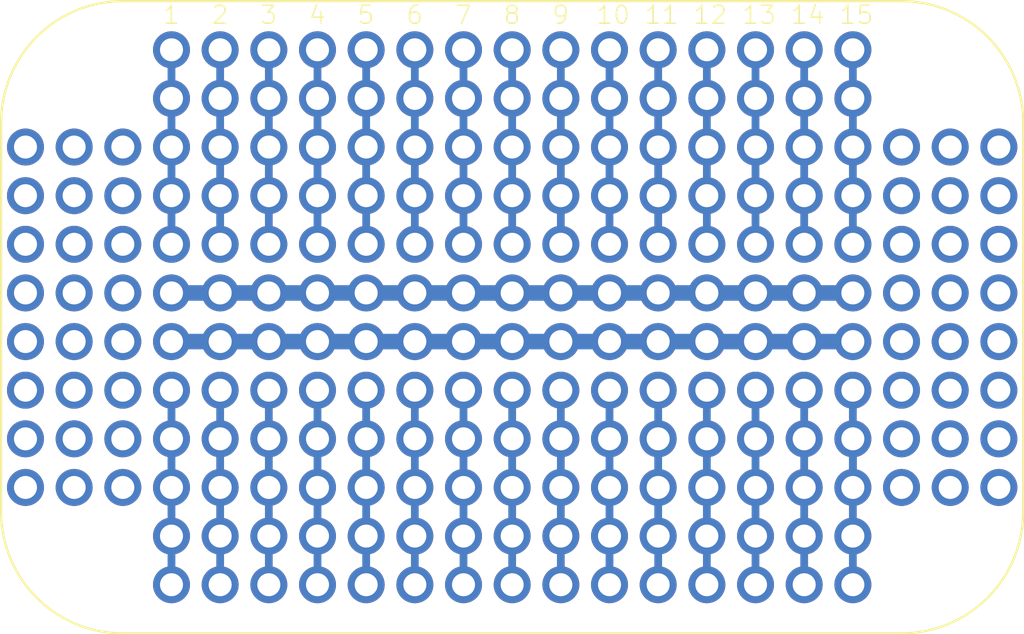
<source format=kicad_pcb>
(kicad_pcb (version 20211014) (generator pcbnew)
  (layers (0 "F.Cu" signal) (1 "In1.Cu" signal) (2 "In2.Cu" signal) (3 "In3.Cu" signal) (4 "In4.Cu" signal) (5 "In5.Cu" signal) (6 "In6.Cu" signal) (7 "In7.Cu" signal) (8 "In8.Cu" signal) (9 "In9.Cu" signal) (10 "In10.Cu" signal) (11 "In11.Cu" signal) (12 "In12.Cu" signal) (13 "In13.Cu" signal) (14 "In14.Cu" signal) (31 "B.Cu" signal) (34 "B.Paste" user) (35 "F.Paste" user) (36 "B.SilkS" user "B.Silkscreen") (37 "F.SilkS" user "F.Silkscreen") (38 "B.Mask" user) (39 "F.Mask" user) (44 "Edge.Cuts" user))
  (net 0 "")
  (net 1 "A")
  (net 2 "B")
  (net 3 "C")
  (net 4 "D")
  (net 5 "E")
  (net 6 "F")
  (net 7 "H")
  (net 8 "G")
  (net 9 "I")
  (net 10 "J")
  (net 11 "K")
  (net 12 "L")
  (net 13 "M")
  (net 14 "N")
  (net 15 "O")
  (net 16 "P")
  (net 17 "R")
  (net 18 "Q")
  (net 19 "S")
  (net 20 "T")
  (net 21 "V")
  (net 22 "U")
  (net 23 "W")
  (net 24 "X")
  (net 25 "Y")
  (net 26 "Z")
  (net 27 "BB")
  (net 28 "AA")
  (net 29 "CC")
  (net 30 "DD")
  (net 31 "PWR")
  (net 32 "GND")
  (net 33 "N$16")
  (net 34 "N$17")
  (net 35 "N$18")
  (net 36 "N$19")
  (net 37 "N$20")
  (net 38 "N$21")
  (net 39 "N$22")
  (net 40 "N$23")
  (net 41 "N$24")
  (net 42 "N$25")
  (net 43 "N$26")
  (net 44 "N$27")
  (net 45 "N$28")
  (net 46 "N$29")
  (net 47 "N$30")
  (net 48 "N$31")
  (net 49 "N$32")
  (net 50 "N$33")
  (net 51 "N$34")
  (net 52 "N$35")
  (net 53 "N$36")
  (net 54 "N$37")
  (net 55 "N$38")
  (net 56 "N$39")
  (net 57 "N$40")
  (net 58 "N$41")
  (net 59 "N$42")
  (net 60 "N$43")
  (net 61 "N$44")
  (net 62 "N$45")
  (net 63 "N$46")
  (net 64 "N$47")
  (net 65 "N$65")
  (net 66 "N$66")
  (net 67 "N$67")
  (net 68 "N$68")
  (net 69 "N$69")
  (net 70 "N$70")
  (net 71 "N$71")
  (net 72 "N$72")
  (net 73 "N$73")
  (net 74 "N$74")
  (net 75 "N$75")
  (net 76 "N$76")
  (net 77 "N$77")
  (net 78 "N$78")
  (net 79 "N$79")
  (net 80 "N$80")
  (footprint "" (layer "F.Cu") (at 171.3611 117.7036)
    (fp_text reference "@HOLE3" hide)
    (fp_text value "" (at 0 0) (layer "F.SilkS") (effects (font (size 1.27 1.27))))
    (pad "" np_thru_hole circle (at 0 0) (size 3.2 3.2) (drill 3.2) (layers *.Cu *.Mask))
  )
  (footprint "" (layer "F.Cu") (at 125.6411 117.7036)
    (fp_text reference "@HOLE2" hide)
    (fp_text value "" (at 0 0) (layer "F.SilkS") (effects (font (size 1.27 1.27))))
    (pad "" np_thru_hole circle (at 0 0) (size 3.2 3.2) (drill 3.2) (layers *.Cu *.Mask))
  )
  (footprint "" (layer "F.Cu") (at 171.3611 92.3036)
    (fp_text reference "@HOLE1" hide)
    (fp_text value "" (at 0 0) (layer "F.SilkS") (effects (font (size 1.27 1.27))))
    (pad "" np_thru_hole circle (at 0 0) (size 3.2 3.2) (drill 3.2) (layers *.Cu *.Mask))
  )
  (footprint "" (layer "F.Cu") (at 125.6411 92.3036)
    (fp_text reference "@HOLE0" hide)
    (fp_text value "" (at 0 0) (layer "F.SilkS") (effects (font (size 1.27 1.27))))
    (pad "" np_thru_hole circle (at 0 0) (size 3.2 3.2) (drill 3.2) (layers *.Cu *.Mask))
  )
  (footprint "boardEagle:ALTOIDSSMALLS" (layer "F.Cu") (at 148.5011 105.0036 90)
    (fp_text reference "U$2" hide)
    (fp_text value "" hide)
    (fp_line (start -16.51 20.32) (end -16.51 -20.32) (layer "F.SilkS") (width 0.12))
    (fp_line (start 16.51 -20.32) (end 16.51 20.32) (layer "F.SilkS") (width 0.12))
    (fp_line (start 10.16 26.67) (end -10.16 26.67) (layer "F.SilkS") (width 0.12))
    (fp_line (start -10.16 -26.67) (end 10.16 -26.67) (layer "F.SilkS") (width 0.12))
    (fp_arc (start -10.16 26.67) (mid -14.650128 24.810128) (end -16.51 20.32) (layer "F.SilkS") (width 0.12))
    (fp_arc (start 16.51 20.32) (mid 14.650128 24.810128) (end 10.16 26.67) (layer "F.SilkS") (width 0.12))
    (fp_arc (start 10.16 -26.67) (mid 14.650128 -24.810128) (end 16.51 -20.32) (layer "F.SilkS") (width 0.12))
    (fp_arc (start -16.51 -20.32) (mid -14.650128 -24.810128) (end -10.16 -26.67) (layer "F.SilkS") (width 0.12))
  )
  (gr_text "4" (at 137.8331 89.7636) (layer "F.SilkS") (effects (font (size 0.93472 0.93472) (thickness 0.08128)) (justify left bottom)))
  (gr_text "12" (at 157.8991 89.7636) (layer "F.SilkS") (effects (font (size 0.93472 0.93472) (thickness 0.08128)) (justify left bottom)))
  (gr_text "8" (at 147.9931 89.7636) (layer "F.SilkS") (effects (font (size 0.93472 0.93472) (thickness 0.08128)) (justify left bottom)))
  (gr_text "3" (at 135.2931 89.7636) (layer "F.SilkS") (effects (font (size 0.93472 0.93472) (thickness 0.08128)) (justify left bottom)))
  (gr_text "2" (at 132.7531 89.7636) (layer "F.SilkS") (effects (font (size 0.93472 0.93472) (thickness 0.08128)) (justify left bottom)))
  (gr_text "7" (at 145.4531 89.7636) (layer "F.SilkS") (effects (font (size 0.93472 0.93472) (thickness 0.08128)) (justify left bottom)))
  (gr_text "13" (at 160.4391 89.7636) (layer "F.SilkS") (effects (font (size 0.93472 0.93472) (thickness 0.08128)) (justify left bottom)))
  (gr_text "1" (at 130.2131 89.7636) (layer "F.SilkS") (effects (font (size 0.93472 0.93472) (thickness 0.08128)) (justify left bottom)))
  (gr_text "5" (at 140.3731 89.7636) (layer "F.SilkS") (effects (font (size 0.93472 0.93472) (thickness 0.08128)) (justify left bottom)))
  (gr_text "9" (at 150.5331 89.7636) (layer "F.SilkS") (effects (font (size 0.93472 0.93472) (thickness 0.08128)) (justify left bottom)))
  (gr_text "11" (at 155.3591 89.7636) (layer "F.SilkS") (effects (font (size 0.93472 0.93472) (thickness 0.08128)) (justify left bottom)))
  (gr_text "14" (at 162.9791 89.7636) (layer "F.SilkS") (effects (font (size 0.93472 0.93472) (thickness 0.08128)) (justify left bottom)))
  (gr_text "6" (at 142.9131 89.7636) (layer "F.SilkS") (effects (font (size 0.93472 0.93472) (thickness 0.08128)) (justify left bottom)))
  (gr_text "10" (at 152.8191 89.7636) (layer "F.SilkS") (effects (font (size 0.93472 0.93472) (thickness 0.08128)) (justify left bottom)))
  (gr_text "15" (at 165.5191 89.7636) (layer "F.SilkS") (effects (font (size 0.93472 0.93472) (thickness 0.08128)) (justify left bottom)))
  (via (at 130.7211 113.8936) (size 1.9304) (drill 1.2) (layers "F.Cu" "B.Cu") (net 1))
  (via (at 130.7211 111.3536) (size 1.9304) (drill 1.2) (layers "F.Cu" "B.Cu") (net 1))
  (via (at 130.7211 116.4336) (size 1.9304) (drill 1.2) (layers "F.Cu" "B.Cu") (net 1))
  (via (at 130.7211 108.8136) (size 1.9304) (drill 1.2) (layers "F.Cu" "B.Cu") (net 1))
  (via (at 130.7211 118.9736) (size 1.9304) (drill 1.2) (layers "F.Cu" "B.Cu") (net 1))
  (segment (start 130.7211 113.8936) (end 130.7211 111.3536) (width 0.4064) (layer "B.Cu") (net 1))
  (segment (start 130.7211 116.4336) (end 130.7211 113.8936) (width 0.4064) (layer "B.Cu") (net 1))
  (segment (start 130.7211 111.3536) (end 130.7211 108.8136) (width 0.4064) (layer "B.Cu") (net 1))
  (segment (start 130.7211 118.9736) (end 130.7211 116.4336) (width 0.4064) (layer "B.Cu") (net 1))
  (via (at 133.2611 118.9736) (size 1.9304) (drill 1.2) (layers "F.Cu" "B.Cu") (net 2))
  (via (at 133.2611 111.3536) (size 1.9304) (drill 1.2) (layers "F.Cu" "B.Cu") (net 2))
  (via (at 133.2611 116.4336) (size 1.9304) (drill 1.2) (layers "F.Cu" "B.Cu") (net 2))
  (via (at 133.2611 108.8136) (size 1.9304) (drill 1.2) (layers "F.Cu" "B.Cu") (net 2))
  (via (at 133.2611 113.8936) (size 1.9304) (drill 1.2) (layers "F.Cu" "B.Cu") (net 2))
  (segment (start 133.2611 118.9736) (end 133.2611 116.4336) (width 0.4064) (layer "B.Cu") (net 2))
  (segment (start 133.2611 116.4336) (end 133.2611 113.8936) (width 0.4064) (layer "B.Cu") (net 2))
  (segment (start 133.2611 111.3536) (end 133.2611 108.8136) (width 0.4064) (layer "B.Cu") (net 2))
  (segment (start 133.2611 113.8936) (end 133.2611 111.3536) (width 0.4064) (layer "B.Cu") (net 2))
  (via (at 135.8011 111.3536) (size 1.9304) (drill 1.2) (layers "F.Cu" "B.Cu") (net 3))
  (via (at 135.8011 118.9736) (size 1.9304) (drill 1.2) (layers "F.Cu" "B.Cu") (net 3))
  (via (at 135.8011 108.8136) (size 1.9304) (drill 1.2) (layers "F.Cu" "B.Cu") (net 3))
  (via (at 135.8011 113.8936) (size 1.9304) (drill 1.2) (layers "F.Cu" "B.Cu") (net 3))
  (via (at 135.8011 116.4336) (size 1.9304) (drill 1.2) (layers "F.Cu" "B.Cu") (net 3))
  (segment (start 135.8011 111.3536) (end 135.8011 108.8136) (width 0.4064) (layer "B.Cu") (net 3))
  (segment (start 135.8011 118.9736) (end 135.8011 116.4336) (width 0.4064) (layer "B.Cu") (net 3))
  (segment (start 135.8011 116.4336) (end 135.8011 113.8936) (width 0.4064) (layer "B.Cu") (net 3))
  (segment (start 135.8011 113.8936) (end 135.8011 111.3536) (width 0.4064) (layer "B.Cu") (net 3))
  (via (at 138.3411 118.9736) (size 1.9304) (drill 1.2) (layers "F.Cu" "B.Cu") (net 4))
  (via (at 138.3411 108.8136) (size 1.9304) (drill 1.2) (layers "F.Cu" "B.Cu") (net 4))
  (via (at 138.3411 116.4336) (size 1.9304) (drill 1.2) (layers "F.Cu" "B.Cu") (net 4))
  (via (at 138.3411 111.3536) (size 1.9304) (drill 1.2) (layers "F.Cu" "B.Cu") (net 4))
  (via (at 138.3411 113.8936) (size 1.9304) (drill 1.2) (layers "F.Cu" "B.Cu") (net 4))
  (segment (start 138.3411 111.3536) (end 138.3411 108.8136) (width 0.4064) (layer "B.Cu") (net 4))
  (segment (start 138.3411 113.8936) (end 138.3411 111.3536) (width 0.4064) (layer "B.Cu") (net 4))
  (segment (start 138.3411 118.9736) (end 138.3411 116.4336) (width 0.4064) (layer "B.Cu") (net 4))
  (segment (start 138.3411 116.4336) (end 138.3411 113.8936) (width 0.4064) (layer "B.Cu") (net 4))
  (via (at 140.8811 108.8136) (size 1.9304) (drill 1.2) (layers "F.Cu" "B.Cu") (net 5))
  (via (at 140.8811 116.4336) (size 1.9304) (drill 1.2) (layers "F.Cu" "B.Cu") (net 5))
  (via (at 140.8811 111.3536) (size 1.9304) (drill 1.2) (layers "F.Cu" "B.Cu") (net 5))
  (via (at 140.8811 118.9736) (size 1.9304) (drill 1.2) (layers "F.Cu" "B.Cu") (net 5))
  (via (at 140.8811 113.8936) (size 1.9304) (drill 1.2) (layers "F.Cu" "B.Cu") (net 5))
  (segment (start 140.8811 116.4336) (end 140.8811 113.8936) (width 0.4064) (layer "B.Cu") (net 5))
  (segment (start 140.8811 111.3536) (end 140.8811 108.8136) (width 0.4064) (layer "B.Cu") (net 5))
  (segment (start 140.8811 118.9736) (end 140.8811 116.4336) (width 0.4064) (layer "B.Cu") (net 5))
  (segment (start 140.8811 113.8936) (end 140.8811 111.3536) (width 0.4064) (layer "B.Cu") (net 5))
  (via (at 143.4211 108.8136) (size 1.9304) (drill 1.2) (layers "F.Cu" "B.Cu") (net 6))
  (via (at 143.4211 116.4336) (size 1.9304) (drill 1.2) (layers "F.Cu" "B.Cu") (net 6))
  (via (at 143.4211 111.3536) (size 1.9304) (drill 1.2) (layers "F.Cu" "B.Cu") (net 6))
  (via (at 143.4211 118.9736) (size 1.9304) (drill 1.2) (layers "F.Cu" "B.Cu") (net 6))
  (via (at 143.4211 113.8936) (size 1.9304) (drill 1.2) (layers "F.Cu" "B.Cu") (net 6))
  (segment (start 143.4211 111.3536) (end 143.4211 108.8136) (width 0.4064) (layer "B.Cu") (net 6))
  (segment (start 143.4211 116.4336) (end 143.4211 113.8936) (width 0.4064) (layer "B.Cu") (net 6))
  (segment (start 143.4211 113.8936) (end 143.4211 111.3536) (width 0.4064) (layer "B.Cu") (net 6))
  (segment (start 143.4211 118.9736) (end 143.4211 116.4336) (width 0.4064) (layer "B.Cu") (net 6))
  (via (at 148.5011 116.4336) (size 1.9304) (drill 1.2) (layers "F.Cu" "B.Cu") (net 7))
  (via (at 148.5011 111.3536) (size 1.9304) (drill 1.2) (layers "F.Cu" "B.Cu") (net 7))
  (via (at 148.5011 118.9736) (size 1.9304) (drill 1.2) (layers "F.Cu" "B.Cu") (net 7))
  (via (at 148.5011 113.8936) (size 1.9304) (drill 1.2) (layers "F.Cu" "B.Cu") (net 7))
  (via (at 148.5011 108.8136) (size 1.9304) (drill 1.2) (layers "F.Cu" "B.Cu") (net 7))
  (segment (start 148.5011 118.9736) (end 148.5011 116.4336) (width 0.4064) (layer "B.Cu") (net 7))
  (segment (start 148.5011 116.4336) (end 148.5011 113.8936) (width 0.4064) (layer "B.Cu") (net 7))
  (segment (start 148.5011 113.8936) (end 148.5011 111.3536) (width 0.4064) (layer "B.Cu") (net 7))
  (segment (start 148.5011 111.3536) (end 148.5011 108.8136) (width 0.4064) (layer "B.Cu") (net 7))
  (via (at 145.9611 111.3536) (size 1.9304) (drill 1.2) (layers "F.Cu" "B.Cu") (net 8))
  (via (at 145.9611 113.8936) (size 1.9304) (drill 1.2) (layers "F.Cu" "B.Cu") (net 8))
  (via (at 145.9611 108.8136) (size 1.9304) (drill 1.2) (layers "F.Cu" "B.Cu") (net 8))
  (via (at 145.9611 118.9736) (size 1.9304) (drill 1.2) (layers "F.Cu" "B.Cu") (net 8))
  (via (at 145.9611 116.4336) (size 1.9304) (drill 1.2) (layers "F.Cu" "B.Cu") (net 8))
  (segment (start 145.9611 118.9736) (end 145.9611 116.4336) (width 0.4064) (layer "B.Cu") (net 8))
  (segment (start 145.9611 113.8936) (end 145.9611 111.3536) (width 0.4064) (layer "B.Cu") (net 8))
  (segment (start 145.9611 116.4336) (end 145.9611 113.8936) (width 0.4064) (layer "B.Cu") (net 8))
  (segment (start 145.9611 111.3536) (end 145.9611 108.8136) (width 0.4064) (layer "B.Cu") (net 8))
  (via (at 151.0411 111.3536) (size 1.9304) (drill 1.2) (layers "F.Cu" "B.Cu") (net 9))
  (via (at 151.0411 108.8136) (size 1.9304) (drill 1.2) (layers "F.Cu" "B.Cu") (net 9))
  (via (at 151.0411 118.9736) (size 1.9304) (drill 1.2) (layers "F.Cu" "B.Cu") (net 9))
  (via (at 151.0411 113.8936) (size 1.9304) (drill 1.2) (layers "F.Cu" "B.Cu") (net 9))
  (via (at 151.0411 116.4336) (size 1.9304) (drill 1.2) (layers "F.Cu" "B.Cu") (net 9))
  (segment (start 151.0411 118.9736) (end 151.0411 116.4336) (width 0.4064) (layer "B.Cu") (net 9))
  (segment (start 151.0411 116.4336) (end 151.0411 113.8936) (width 0.4064) (layer "B.Cu") (net 9))
  (segment (start 151.0411 113.8936) (end 151.0411 111.3536) (width 0.4064) (layer "B.Cu") (net 9))
  (segment (start 151.0411 111.3536) (end 151.0411 108.8136) (width 0.4064) (layer "B.Cu") (net 9))
  (via (at 153.5811 118.9736) (size 1.9304) (drill 1.2) (layers "F.Cu" "B.Cu") (net 10))
  (via (at 153.5811 111.3536) (size 1.9304) (drill 1.2) (layers "F.Cu" "B.Cu") (net 10))
  (via (at 153.5811 113.8936) (size 1.9304) (drill 1.2) (layers "F.Cu" "B.Cu") (net 10))
  (via (at 153.5811 116.4336) (size 1.9304) (drill 1.2) (layers "F.Cu" "B.Cu") (net 10))
  (via (at 153.5811 108.8136) (size 1.9304) (drill 1.2) (layers "F.Cu" "B.Cu") (net 10))
  (segment (start 153.5811 113.8936) (end 153.5811 111.3536) (width 0.4064) (layer "B.Cu") (net 10))
  (segment (start 153.5811 111.3536) (end 153.5811 108.8136) (width 0.4064) (layer "B.Cu") (net 10))
  (segment (start 153.5811 116.4336) (end 153.5811 113.8936) (width 0.4064) (layer "B.Cu") (net 10))
  (segment (start 153.5811 118.9736) (end 153.5811 116.4336) (width 0.4064) (layer "B.Cu") (net 10))
  (via (at 156.1211 118.9736) (size 1.9304) (drill 1.2) (layers "F.Cu" "B.Cu") (net 11))
  (via (at 156.1211 113.8936) (size 1.9304) (drill 1.2) (layers "F.Cu" "B.Cu") (net 11))
  (via (at 156.1211 108.8136) (size 1.9304) (drill 1.2) (layers "F.Cu" "B.Cu") (net 11))
  (via (at 156.1211 116.4336) (size 1.9304) (drill 1.2) (layers "F.Cu" "B.Cu") (net 11))
  (via (at 156.1211 111.3536) (size 1.9304) (drill 1.2) (layers "F.Cu" "B.Cu") (net 11))
  (segment (start 156.1211 111.3536) (end 156.1211 108.8136) (width 0.4064) (layer "B.Cu") (net 11))
  (segment (start 156.1211 113.8936) (end 156.1211 111.3536) (width 0.4064) (layer "B.Cu") (net 11))
  (segment (start 156.1211 118.9736) (end 156.1211 116.4336) (width 0.4064) (layer "B.Cu") (net 11))
  (segment (start 156.1211 116.4336) (end 156.1211 113.8936) (width 0.4064) (layer "B.Cu") (net 11))
  (via (at 158.6611 113.8936) (size 1.9304) (drill 1.2) (layers "F.Cu" "B.Cu") (net 12))
  (via (at 158.6611 111.3536) (size 1.9304) (drill 1.2) (layers "F.Cu" "B.Cu") (net 12))
  (via (at 158.6611 116.4336) (size 1.9304) (drill 1.2) (layers "F.Cu" "B.Cu") (net 12))
  (via (at 158.6611 118.9736) (size 1.9304) (drill 1.2) (layers "F.Cu" "B.Cu") (net 12))
  (via (at 158.6611 108.8136) (size 1.9304) (drill 1.2) (layers "F.Cu" "B.Cu") (net 12))
  (segment (start 158.6611 116.4336) (end 158.6611 113.8936) (width 0.4064) (layer "B.Cu") (net 12))
  (segment (start 158.6611 118.9736) (end 158.6611 116.4336) (width 0.4064) (layer "B.Cu") (net 12))
  (segment (start 158.6611 111.3536) (end 158.6611 108.8136) (width 0.4064) (layer "B.Cu") (net 12))
  (segment (start 158.6611 113.8936) (end 158.6611 111.3536) (width 0.4064) (layer "B.Cu") (net 12))
  (via (at 161.2011 108.8136) (size 1.9304) (drill 1.2) (layers "F.Cu" "B.Cu") (net 13))
  (via (at 161.2011 111.3536) (size 1.9304) (drill 1.2) (layers "F.Cu" "B.Cu") (net 13))
  (via (at 161.2011 116.4336) (size 1.9304) (drill 1.2) (layers "F.Cu" "B.Cu") (net 13))
  (via (at 161.2011 118.9736) (size 1.9304) (drill 1.2) (layers "F.Cu" "B.Cu") (net 13))
  (via (at 161.2011 113.8936) (size 1.9304) (drill 1.2) (layers "F.Cu" "B.Cu") (net 13))
  (segment (start 161.2011 111.3536) (end 161.2011 108.8136) (width 0.4064) (layer "B.Cu") (net 13))
  (segment (start 161.2011 116.4336) (end 161.2011 113.8936) (width 0.4064) (layer "B.Cu") (net 13))
  (segment (start 161.2011 118.9736) (end 161.2011 116.4336) (width 0.4064) (layer "B.Cu") (net 13))
  (segment (start 161.2011 113.8936) (end 161.2011 111.3536) (width 0.4064) (layer "B.Cu") (net 13))
  (via (at 163.7411 111.3536) (size 1.9304) (drill 1.2) (layers "F.Cu" "B.Cu") (net 14))
  (via (at 163.7411 118.9736) (size 1.9304) (drill 1.2) (layers "F.Cu" "B.Cu") (net 14))
  (via (at 163.7411 113.8936) (size 1.9304) (drill 1.2) (layers "F.Cu" "B.Cu") (net 14))
  (via (at 163.7411 108.8136) (size 1.9304) (drill 1.2) (layers "F.Cu" "B.Cu") (net 14))
  (via (at 163.7411 116.4336) (size 1.9304) (drill 1.2) (layers "F.Cu" "B.Cu") (net 14))
  (segment (start 163.7411 116.4336) (end 163.7411 113.8936) (width 0.4064) (layer "B.Cu") (net 14))
  (segment (start 163.7411 111.3536) (end 163.7411 108.8136) (width 0.4064) (layer "B.Cu") (net 14))
  (segment (start 163.7411 118.9736) (end 163.7411 116.4336) (width 0.4064) (layer "B.Cu") (net 14))
  (segment (start 163.7411 113.8936) (end 163.7411 111.3536) (width 0.4064) (layer "B.Cu") (net 14))
  (via (at 166.2811 118.9736) (size 1.9304) (drill 1.2) (layers "F.Cu" "B.Cu") (net 15))
  (via (at 166.2811 116.4336) (size 1.9304) (drill 1.2) (layers "F.Cu" "B.Cu") (net 15))
  (via (at 166.2811 111.3536) (size 1.9304) (drill 1.2) (layers "F.Cu" "B.Cu") (net 15))
  (via (at 166.2811 113.8936) (size 1.9304) (drill 1.2) (layers "F.Cu" "B.Cu") (net 15))
  (via (at 166.2811 108.8136) (size 1.9304) (drill 1.2) (layers "F.Cu" "B.Cu") (net 15))
  (segment (start 166.2811 111.3536) (end 166.2811 108.8136) (width 0.4064) (layer "B.Cu") (net 15))
  (segment (start 166.2811 116.4336) (end 166.2811 113.8936) (width 0.4064) (layer "B.Cu") (net 15))
  (segment (start 166.2811 113.8936) (end 166.2811 111.3536) (width 0.4064) (layer "B.Cu") (net 15))
  (segment (start 166.2811 118.9736) (end 166.2811 116.4336) (width 0.4064) (layer "B.Cu") (net 15))
  (segment (start 166.2811 113.8936) (end 166.2811 111.3536) (width 0.4064) (layer "B.Cu") (net 15))
  (via (at 166.2811 96.1136) (size 1.9304) (drill 1.2) (layers "F.Cu" "B.Cu") (net 16))
  (via (at 166.2811 98.6536) (size 1.9304) (drill 1.2) (layers "F.Cu" "B.Cu") (net 16))
  (via (at 166.2811 91.0336) (size 1.9304) (drill 1.2) (layers "F.Cu" "B.Cu") (net 16))
  (via (at 166.2811 101.1936) (size 1.9304) (drill 1.2) (layers "F.Cu" "B.Cu") (net 16))
  (via (at 166.2811 93.5736) (size 1.9304) (drill 1.2) (layers "F.Cu" "B.Cu") (net 16))
  (segment (start 166.2811 93.5736) (end 166.2811 96.1136) (width 0.4064) (layer "B.Cu") (net 16))
  (segment (start 166.2811 91.0336) (end 166.2811 93.5736) (width 0.4064) (layer "B.Cu") (net 16))
  (segment (start 166.2811 98.6536) (end 166.2811 101.1936) (width 0.4064) (layer "B.Cu") (net 16))
  (segment (start 166.2811 96.1136) (end 166.2811 98.6536) (width 0.4064) (layer "B.Cu") (net 16))
  (via (at 161.2011 91.0336) (size 1.9304) (drill 1.2) (layers "F.Cu" "B.Cu") (net 17))
  (via (at 161.2011 93.5736) (size 1.9304) (drill 1.2) (layers "F.Cu" "B.Cu") (net 17))
  (via (at 161.2011 98.6536) (size 1.9304) (drill 1.2) (layers "F.Cu" "B.Cu") (net 17))
  (via (at 161.2011 96.1136) (size 1.9304) (drill 1.2) (layers "F.Cu" "B.Cu") (net 17))
  (via (at 161.2011 101.1936) (size 1.9304) (drill 1.2) (layers "F.Cu" "B.Cu") (net 17))
  (segment (start 161.2011 91.0336) (end 161.2011 93.5736) (width 0.4064) (layer "B.Cu") (net 17))
  (segment (start 161.2011 96.1136) (end 161.2011 98.6536) (width 0.4064) (layer "B.Cu") (net 17))
  (segment (start 161.2011 98.6536) (end 161.2011 101.1936) (width 0.4064) (layer "B.Cu") (net 17))
  (segment (start 161.2011 93.5736) (end 161.2011 96.1136) (width 0.4064) (layer "B.Cu") (net 17))
  (via (at 163.7411 91.0336) (size 1.9304) (drill 1.2) (layers "F.Cu" "B.Cu") (net 18))
  (via (at 163.7411 98.6536) (size 1.9304) (drill 1.2) (layers "F.Cu" "B.Cu") (net 18))
  (via (at 163.7411 93.5736) (size 1.9304) (drill 1.2) (layers "F.Cu" "B.Cu") (net 18))
  (via (at 163.7411 101.1936) (size 1.9304) (drill 1.2) (layers "F.Cu" "B.Cu") (net 18))
  (via (at 163.7411 96.1136) (size 1.9304) (drill 1.2) (layers "F.Cu" "B.Cu") (net 18))
  (segment (start 163.7411 93.5736) (end 163.7411 96.1136) (width 0.4064) (layer "B.Cu") (net 18))
  (segment (start 163.7411 98.6536) (end 163.7411 101.1936) (width 0.4064) (layer "B.Cu") (net 18))
  (segment (start 163.7411 91.0336) (end 163.7411 93.5736) (width 0.4064) (layer "B.Cu") (net 18))
  (segment (start 163.7411 96.1136) (end 163.7411 98.6536) (width 0.4064) (layer "B.Cu") (net 18))
  (via (at 158.6611 96.1136) (size 1.9304) (drill 1.2) (layers "F.Cu" "B.Cu") (net 19))
  (via (at 158.6611 91.0336) (size 1.9304) (drill 1.2) (layers "F.Cu" "B.Cu") (net 19))
  (via (at 158.6611 93.5736) (size 1.9304) (drill 1.2) (layers "F.Cu" "B.Cu") (net 19))
  (via (at 158.6611 98.6536) (size 1.9304) (drill 1.2) (layers "F.Cu" "B.Cu") (net 19))
  (via (at 158.6611 101.1936) (size 1.9304) (drill 1.2) (layers "F.Cu" "B.Cu") (net 19))
  (segment (start 158.6611 96.1136) (end 158.6611 98.6536) (width 0.4064) (layer "B.Cu") (net 19))
  (segment (start 158.6611 91.0336) (end 158.6611 93.5736) (width 0.4064) (layer "B.Cu") (net 19))
  (segment (start 158.6611 93.5736) (end 158.6611 96.1136) (width 0.4064) (layer "B.Cu") (net 19))
  (segment (start 158.6611 98.6536) (end 158.6611 101.1936) (width 0.4064) (layer "B.Cu") (net 19))
  (via (at 156.1211 101.1936) (size 1.9304) (drill 1.2) (layers "F.Cu" "B.Cu") (net 20))
  (via (at 156.1211 93.5736) (size 1.9304) (drill 1.2) (layers "F.Cu" "B.Cu") (net 20))
  (via (at 156.1211 96.1136) (size 1.9304) (drill 1.2) (layers "F.Cu" "B.Cu") (net 20))
  (via (at 156.1211 91.0336) (size 1.9304) (drill 1.2) (layers "F.Cu" "B.Cu") (net 20))
  (via (at 156.1211 98.6536) (size 1.9304) (drill 1.2) (layers "F.Cu" "B.Cu") (net 20))
  (segment (start 156.1211 96.1136) (end 156.1211 98.6536) (width 0.4064) (layer "B.Cu") (net 20))
  (segment (start 156.1211 91.0336) (end 156.1211 93.5736) (width 0.4064) (layer "B.Cu") (net 20))
  (segment (start 156.1211 98.6536) (end 156.1211 101.1936) (width 0.4064) (layer "B.Cu") (net 20))
  (segment (start 156.1211 93.5736) (end 156.1211 96.1136) (width 0.4064) (layer "B.Cu") (net 20))
  (via (at 151.0411 93.5736) (size 1.9304) (drill 1.2) (layers "F.Cu" "B.Cu") (net 21))
  (via (at 151.0411 98.6536) (size 1.9304) (drill 1.2) (layers "F.Cu" "B.Cu") (net 21))
  (via (at 151.0411 96.1136) (size 1.9304) (drill 1.2) (layers "F.Cu" "B.Cu") (net 21))
  (via (at 151.0411 101.1936) (size 1.9304) (drill 1.2) (layers "F.Cu" "B.Cu") (net 21))
  (via (at 151.0411 91.0336) (size 1.9304) (drill 1.2) (layers "F.Cu" "B.Cu") (net 21))
  (segment (start 151.0411 93.5736) (end 151.0411 96.1136) (width 0.4064) (layer "B.Cu") (net 21))
  (segment (start 151.0411 96.1136) (end 151.0411 98.6536) (width 0.4064) (layer "B.Cu") (net 21))
  (segment (start 151.0411 98.6536) (end 151.0411 101.1936) (width 0.4064) (layer "B.Cu") (net 21))
  (segment (start 151.0411 91.0336) (end 151.0411 93.5736) (width 0.4064) (layer "B.Cu") (net 21))
  (via (at 153.5811 101.1936) (size 1.9304) (drill 1.2) (layers "F.Cu" "B.Cu") (net 22))
  (via (at 153.5811 93.5736) (size 1.9304) (drill 1.2) (layers "F.Cu" "B.Cu") (net 22))
  (via (at 153.5811 98.6536) (size 1.9304) (drill 1.2) (layers "F.Cu" "B.Cu") (net 22))
  (via (at 153.5811 91.0336) (size 1.9304) (drill 1.2) (layers "F.Cu" "B.Cu") (net 22))
  (via (at 153.5811 96.1136) (size 1.9304) (drill 1.2) (layers "F.Cu" "B.Cu") (net 22))
  (segment (start 153.5811 98.6536) (end 153.5811 101.1936) (width 0.4064) (layer "B.Cu") (net 22))
  (segment (start 153.5811 91.0336) (end 153.5811 93.5736) (width 0.4064) (layer "B.Cu") (net 22))
  (segment (start 153.5811 93.5736) (end 153.5811 96.1136) (width 0.4064) (layer "B.Cu") (net 22))
  (segment (start 153.5811 96.1136) (end 153.5811 98.6536) (width 0.4064) (layer "B.Cu") (net 22))
  (via (at 148.5011 93.5736) (size 1.9304) (drill 1.2) (layers "F.Cu" "B.Cu") (net 23))
  (via (at 148.5011 96.1136) (size 1.9304) (drill 1.2) (layers "F.Cu" "B.Cu") (net 23))
  (via (at 148.5011 91.0336) (size 1.9304) (drill 1.2) (layers "F.Cu" "B.Cu") (net 23))
  (via (at 148.5011 101.1936) (size 1.9304) (drill 1.2) (layers "F.Cu" "B.Cu") (net 23))
  (via (at 148.5011 98.6536) (size 1.9304) (drill 1.2) (layers "F.Cu" "B.Cu") (net 23))
  (segment (start 148.5011 93.5736) (end 148.5011 96.1136) (width 0.4064) (layer "B.Cu") (net 23))
  (segment (start 148.5011 91.0336) (end 148.5011 93.5736) (width 0.4064) (layer "B.Cu") (net 23))
  (segment (start 148.5011 96.1136) (end 148.5011 98.6536) (width 0.4064) (layer "B.Cu") (net 23))
  (segment (start 148.5011 98.6536) (end 148.5011 101.1936) (width 0.4064) (layer "B.Cu") (net 23))
  (via (at 145.9611 91.0336) (size 1.9304) (drill 1.2) (layers "F.Cu" "B.Cu") (net 24))
  (via (at 145.9611 96.1136) (size 1.9304) (drill 1.2) (layers "F.Cu" "B.Cu") (net 24))
  (via (at 145.9611 93.5736) (size 1.9304) (drill 1.2) (layers "F.Cu" "B.Cu") (net 24))
  (via (at 145.9611 101.1936) (size 1.9304) (drill 1.2) (layers "F.Cu" "B.Cu") (net 24))
  (via (at 145.9611 98.6536) (size 1.9304) (drill 1.2) (layers "F.Cu" "B.Cu") (net 24))
  (segment (start 145.9611 93.5736) (end 145.9611 96.1136) (width 0.4064) (layer "B.Cu") (net 24))
  (segment (start 145.9611 96.1136) (end 145.9611 98.6536) (width 0.4064) (layer "B.Cu") (net 24))
  (segment (start 145.9611 91.0336) (end 145.9611 93.5736) (width 0.4064) (layer "B.Cu") (net 24))
  (segment (start 145.9611 98.6536) (end 145.9611 101.1936) (width 0.4064) (layer "B.Cu") (net 24))
  (via (at 143.4211 101.1936) (size 1.9304) (drill 1.2) (layers "F.Cu" "B.Cu") (net 25))
  (via (at 143.4211 98.6536) (size 1.9304) (drill 1.2) (layers "F.Cu" "B.Cu") (net 25))
  (via (at 143.4211 93.5736) (size 1.9304) (drill 1.2) (layers "F.Cu" "B.Cu") (net 25))
  (via (at 143.4211 91.0336) (size 1.9304) (drill 1.2) (layers "F.Cu" "B.Cu") (net 25))
  (via (at 143.4211 96.1136) (size 1.9304) (drill 1.2) (layers "F.Cu" "B.Cu") (net 25))
  (segment (start 143.4211 98.6536) (end 143.4211 101.1936) (width 0.4064) (layer "B.Cu") (net 25))
  (segment (start 143.4211 93.5736) (end 143.4211 96.1136) (width 0.4064) (layer "B.Cu") (net 25))
  (segment (start 143.4211 96.1136) (end 143.4211 98.6536) (width 0.4064) (layer "B.Cu") (net 25))
  (segment (start 143.4211 91.0336) (end 143.4211 93.5736) (width 0.4064) (layer "B.Cu") (net 25))
  (via (at 140.8811 98.6536) (size 1.9304) (drill 1.2) (layers "F.Cu" "B.Cu") (net 26))
  (via (at 140.8811 91.0336) (size 1.9304) (drill 1.2) (layers "F.Cu" "B.Cu") (net 26))
  (via (at 140.8811 93.5736) (size 1.9304) (drill 1.2) (layers "F.Cu" "B.Cu") (net 26))
  (via (at 140.8811 96.1136) (size 1.9304) (drill 1.2) (layers "F.Cu" "B.Cu") (net 26))
  (via (at 140.8811 101.1936) (size 1.9304) (drill 1.2) (layers "F.Cu" "B.Cu") (net 26))
  (segment (start 140.8811 91.0336) (end 140.8811 93.5736) (width 0.4064) (layer "B.Cu") (net 26))
  (segment (start 140.8811 93.5736) (end 140.8811 96.1136) (width 0.4064) (layer "B.Cu") (net 26))
  (segment (start 140.8811 98.6536) (end 140.8811 101.1936) (width 0.4064) (layer "B.Cu") (net 26))
  (segment (start 140.8811 96.1136) (end 140.8811 98.6536) (width 0.4064) (layer "B.Cu") (net 26))
  (via (at 135.8011 96.1136) (size 1.9304) (drill 1.2) (layers "F.Cu" "B.Cu") (net 27))
  (via (at 135.8011 101.1936) (size 1.9304) (drill 1.2) (layers "F.Cu" "B.Cu") (net 27))
  (via (at 135.8011 98.6536) (size 1.9304) (drill 1.2) (layers "F.Cu" "B.Cu") (net 27))
  (via (at 135.8011 93.5736) (size 1.9304) (drill 1.2) (layers "F.Cu" "B.Cu") (net 27))
  (via (at 135.8011 91.0336) (size 1.9304) (drill 1.2) (layers "F.Cu" "B.Cu") (net 27))
  (segment (start 135.8011 98.6536) (end 135.8011 101.1936) (width 0.4064) (layer "B.Cu") (net 27))
  (segment (start 135.8011 91.0336) (end 135.8011 93.5736) (width 0.4064) (layer "B.Cu") (net 27))
  (segment (start 135.8011 93.5736) (end 135.8011 96.1136) (width 0.4064) (layer "B.Cu") (net 27))
  (segment (start 135.8011 96.1136) (end 135.8011 98.6536) (width 0.4064) (layer "B.Cu") (net 27))
  (via (at 138.3411 96.1136) (size 1.9304) (drill 1.2) (layers "F.Cu" "B.Cu") (net 28))
  (via (at 138.3411 101.1936) (size 1.9304) (drill 1.2) (layers "F.Cu" "B.Cu") (net 28))
  (via (at 138.3411 91.0336) (size 1.9304) (drill 1.2) (layers "F.Cu" "B.Cu") (net 28))
  (via (at 138.3411 93.5736) (size 1.9304) (drill 1.2) (layers "F.Cu" "B.Cu") (net 28))
  (via (at 138.3411 98.6536) (size 1.9304) (drill 1.2) (layers "F.Cu" "B.Cu") (net 28))
  (segment (start 138.3411 93.5736) (end 138.3411 96.1136) (width 0.4064) (layer "B.Cu") (net 28))
  (segment (start 138.3411 91.0336) (end 138.3411 93.5736) (width 0.4064) (layer "B.Cu") (net 28))
  (segment (start 138.3411 96.1136) (end 138.3411 98.6536) (width 0.4064) (layer "B.Cu") (net 28))
  (segment (start 138.3411 98.6536) (end 138.3411 101.1936) (width 0.4064) (layer "B.Cu") (net 28))
  (via (at 133.2611 96.1136) (size 1.9304) (drill 1.2) (layers "F.Cu" "B.Cu") (net 29))
  (via (at 133.2611 98.6536) (size 1.9304) (drill 1.2) (layers "F.Cu" "B.Cu") (net 29))
  (via (at 133.2611 91.0336) (size 1.9304) (drill 1.2) (layers "F.Cu" "B.Cu") (net 29))
  (via (at 133.2611 93.5736) (size 1.9304) (drill 1.2) (layers "F.Cu" "B.Cu") (net 29))
  (via (at 133.2611 101.1936) (size 1.9304) (drill 1.2) (layers "F.Cu" "B.Cu") (net 29))
  (segment (start 133.2611 96.1136) (end 133.2611 98.6536) (width 0.4064) (layer "B.Cu") (net 29))
  (segment (start 133.2611 98.6536) (end 133.2611 101.1936) (width 0.4064) (layer "B.Cu") (net 29))
  (segment (start 133.2611 93.5736) (end 133.2611 96.1136) (width 0.4064) (layer "B.Cu") (net 29))
  (segment (start 133.2611 91.0336) (end 133.2611 93.5736) (width 0.4064) (layer "B.Cu") (net 29))
  (via (at 130.7211 96.1136) (size 1.9304) (drill 1.2) (layers "F.Cu" "B.Cu") (net 30))
  (via (at 130.7211 93.5736) (size 1.9304) (drill 1.2) (layers "F.Cu" "B.Cu") (net 30))
  (via (at 130.7211 91.0336) (size 1.9304) (drill 1.2) (layers "F.Cu" "B.Cu") (net 30))
  (via (at 130.7211 101.1936) (size 1.9304) (drill 1.2) (layers "F.Cu" "B.Cu") (net 30))
  (via (at 130.7211 98.6536) (size 1.9304) (drill 1.2) (layers "F.Cu" "B.Cu") (net 30))
  (segment (start 130.7211 91.0336) (end 130.7211 93.5736) (width 0.4064) (layer "B.Cu") (net 30))
  (segment (start 130.7211 96.1136) (end 130.7211 98.6536) (width 0.4064) (layer "B.Cu") (net 30))
  (segment (start 130.7211 98.6536) (end 130.7211 101.1936) (width 0.4064) (layer "B.Cu") (net 30))
  (segment (start 130.7211 93.5736) (end 130.7211 96.1136) (width 0.4064) (layer "B.Cu") (net 30))
  (via (at 140.8811 106.2736) (size 1.9304) (drill 1.2) (layers "F.Cu" "B.Cu") (net 31))
  (via (at 158.6611 106.2736) (size 1.9304) (drill 1.2) (layers "F.Cu" "B.Cu") (net 31))
  (via (at 138.3411 106.2736) (size 1.9304) (drill 1.2) (layers "F.Cu" "B.Cu") (net 31))
  (via (at 161.2011 106.2736) (size 1.9304) (drill 1.2) (layers "F.Cu" "B.Cu") (net 31))
  (via (at 133.2611 106.2736) (size 1.9304) (drill 1.2) (layers "F.Cu" "B.Cu") (net 31))
  (via (at 151.0411 106.2736) (size 1.9304) (drill 1.2) (layers "F.Cu" "B.Cu") (net 31))
  (via (at 156.1211 106.2736) (size 1.9304) (drill 1.2) (layers "F.Cu" "B.Cu") (net 31))
  (via (at 153.5811 106.2736) (size 1.9304) (drill 1.2) (layers "F.Cu" "B.Cu") (net 31))
  (via (at 135.8011 106.2736) (size 1.9304) (drill 1.2) (layers "F.Cu" "B.Cu") (net 31))
  (via (at 143.4211 106.2736) (size 1.9304) (drill 1.2) (layers "F.Cu" "B.Cu") (net 31))
  (via (at 130.7211 106.2736) (size 1.9304) (drill 1.2) (layers "F.Cu" "B.Cu") (net 31))
  (via (at 166.2811 106.2736) (size 1.9304) (drill 1.2) (layers "F.Cu" "B.Cu") (net 31))
  (via (at 145.9611 106.2736) (size 1.9304) (drill 1.2) (layers "F.Cu" "B.Cu") (net 31))
  (via (at 163.7411 106.2736) (size 1.9304) (drill 1.2) (layers "F.Cu" "B.Cu") (net 31))
  (via (at 148.5011 106.2736) (size 1.9304) (drill 1.2) (layers "F.Cu" "B.Cu") (net 31))
  (segment (start 151.0411 106.2736) (end 153.5811 106.2736) (width 0.8128) (layer "B.Cu") (net 31))
  (segment (start 163.7411 106.2736) (end 166.2811 106.2736) (width 0.8128) (layer "B.Cu") (net 31))
  (segment (start 158.6611 106.2736) (end 161.2011 106.2736) (width 0.8128) (layer "B.Cu") (net 31))
  (segment (start 153.5811 106.2736) (end 156.1211 106.2736) (width 0.8128) (layer "B.Cu") (net 31))
  (segment (start 133.2611 106.2736) (end 130.7211 106.2736) (width 0.8128) (layer "B.Cu") (net 31))
  (segment (start 138.3411 106.2736) (end 135.8011 106.2736) (width 0.8128) (layer "B.Cu") (net 31))
  (segment (start 140.8811 106.2736) (end 138.3411 106.2736) (width 0.8128) (layer "B.Cu") (net 31))
  (segment (start 156.1211 106.2736) (end 158.6611 106.2736) (width 0.8128) (layer "B.Cu") (net 31))
  (segment (start 145.9611 106.2736) (end 143.4211 106.2736) (width 0.8128) (layer "B.Cu") (net 31))
  (segment (start 143.4211 106.2736) (end 140.8811 106.2736) (width 0.8128) (layer "B.Cu") (net 31))
  (segment (start 135.8011 106.2736) (end 133.2611 106.2736) (width 0.8128) (layer "B.Cu") (net 31))
  (segment (start 148.5011 106.2736) (end 145.9611 106.2736) (width 0.8128) (layer "B.Cu") (net 31))
  (segment (start 148.5011 106.2736) (end 151.0411 106.2736) (width 0.8128) (layer "B.Cu") (net 31))
  (segment (start 161.2011 106.2736) (end 163.7411 106.2736) (width 0.8128) (layer "B.Cu") (net 31))
  (via (at 135.8011 103.7336) (size 1.9304) (drill 1.2) (layers "F.Cu" "B.Cu") (net 32))
  (via (at 138.3411 103.7336) (size 1.9304) (drill 1.2) (layers "F.Cu" "B.Cu") (net 32))
  (via (at 143.4211 103.7336) (size 1.9304) (drill 1.2) (layers "F.Cu" "B.Cu") (net 32))
  (via (at 133.2611 103.7336) (size 1.9304) (drill 1.2) (layers "F.Cu" "B.Cu") (net 32))
  (via (at 130.7211 103.7336) (size 1.9304) (drill 1.2) (layers "F.Cu" "B.Cu") (net 32))
  (via (at 158.6611 103.7336) (size 1.9304) (drill 1.2) (layers "F.Cu" "B.Cu") (net 32))
  (via (at 140.8811 103.7336) (size 1.9304) (drill 1.2) (layers "F.Cu" "B.Cu") (net 32))
  (via (at 163.7411 103.7336) (size 1.9304) (drill 1.2) (layers "F.Cu" "B.Cu") (net 32))
  (via (at 153.5811 103.7336) (size 1.9304) (drill 1.2) (layers "F.Cu" "B.Cu") (net 32))
  (via (at 145.9611 103.7336) (size 1.9304) (drill 1.2) (layers "F.Cu" "B.Cu") (net 32))
  (via (at 148.5011 103.7336) (size 1.9304) (drill 1.2) (layers "F.Cu" "B.Cu") (net 32))
  (via (at 161.2011 103.7336) (size 1.9304) (drill 1.2) (layers "F.Cu" "B.Cu") (net 32))
  (via (at 151.0411 103.7336) (size 1.9304) (drill 1.2) (layers "F.Cu" "B.Cu") (net 32))
  (via (at 166.2811 103.7336) (size 1.9304) (drill 1.2) (layers "F.Cu" "B.Cu") (net 32))
  (via (at 156.1211 103.7336) (size 1.9304) (drill 1.2) (layers "F.Cu" "B.Cu") (net 32))
  (segment (start 133.2611 103.7336) (end 130.7211 103.7336) (width 0.8128) (layer "B.Cu") (net 32))
  (segment (start 145.9611 103.7336) (end 148.5011 103.7336) (width 0.8128) (layer "B.Cu") (net 32))
  (segment (start 148.5011 103.7336) (end 151.0411 103.7336) (width 0.8128) (layer "B.Cu") (net 32))
  (segment (start 163.7411 103.7336) (end 166.2811 103.7336) (width 0.8128) (layer "B.Cu") (net 32))
  (segment (start 153.5811 103.7336) (end 156.1211 103.7336) (width 0.8128) (layer "B.Cu") (net 32))
  (segment (start 158.6611 103.7336) (end 161.2011 103.7336) (width 0.8128) (layer "B.Cu") (net 32))
  (segment (start 143.4211 103.7336) (end 140.8811 103.7336) (width 0.8128) (layer "B.Cu") (net 32))
  (segment (start 156.1211 103.7336) (end 158.6611 103.7336) (width 0.8128) (layer "B.Cu") (net 32))
  (segment (start 151.0411 103.7336) (end 153.5811 103.7336) (width 0.8128) (layer "B.Cu") (net 32))
  (segment (start 140.8811 103.7336) (end 138.3411 103.7336) (width 0.8128) (layer "B.Cu") (net 32))
  (segment (start 161.2011 103.7336) (end 163.7411 103.7336) (width 0.8128) (layer "B.Cu") (net 32))
  (segment (start 145.9611 103.7336) (end 143.4211 103.7336) (width 0.8128) (layer "B.Cu") (net 32))
  (segment (start 138.3411 103.7336) (end 135.8011 103.7336) (width 0.8128) (layer "B.Cu") (net 32))
  (segment (start 135.8011 103.7336) (end 133.2611 103.7336) (width 0.8128) (layer "B.Cu") (net 32))
  (via (at 128.1811 96.1136) (size 1.9304) (drill 1.2) (layers "F.Cu" "B.Cu") (net 33))
  (via (at 128.1811 98.6536) (size 1.9304) (drill 1.2) (layers "F.Cu" "B.Cu") (net 34))
  (via (at 128.1811 101.1936) (size 1.9304) (drill 1.2) (layers "F.Cu" "B.Cu") (net 35))
  (via (at 125.6411 101.1936) (size 1.9304) (drill 1.2) (layers "F.Cu" "B.Cu") (net 36))
  (via (at 125.6411 98.6536) (size 1.9304) (drill 1.2) (layers "F.Cu" "B.Cu") (net 37))
  (via (at 125.6411 96.1136) (size 1.9304) (drill 1.2) (layers "F.Cu" "B.Cu") (net 38))
  (via (at 123.1011 96.1136) (size 1.9304) (drill 1.2) (layers "F.Cu" "B.Cu") (net 39))
  (via (at 123.1011 98.6536) (size 1.9304) (drill 1.2) (layers "F.Cu" "B.Cu") (net 40))
  (via (at 123.1011 101.1936) (size 1.9304) (drill 1.2) (layers "F.Cu" "B.Cu") (net 41))
  (via (at 123.1011 103.7336) (size 1.9304) (drill 1.2) (layers "F.Cu" "B.Cu") (net 42))
  (via (at 125.6411 103.7336) (size 1.9304) (drill 1.2) (layers "F.Cu" "B.Cu") (net 43))
  (via (at 128.1811 103.7336) (size 1.9304) (drill 1.2) (layers "F.Cu" "B.Cu") (net 44))
  (via (at 128.1811 106.2736) (size 1.9304) (drill 1.2) (layers "F.Cu" "B.Cu") (net 45))
  (via (at 125.6411 106.2736) (size 1.9304) (drill 1.2) (layers "F.Cu" "B.Cu") (net 46))
  (via (at 123.1011 106.2736) (size 1.9304) (drill 1.2) (layers "F.Cu" "B.Cu") (net 47))
  (via (at 123.1011 108.8136) (size 1.9304) (drill 1.2) (layers "F.Cu" "B.Cu") (net 48))
  (via (at 125.6411 108.8136) (size 1.9304) (drill 1.2) (layers "F.Cu" "B.Cu") (net 49))
  (via (at 128.1811 108.8136) (size 1.9304) (drill 1.2) (layers "F.Cu" "B.Cu") (net 50))
  (via (at 128.1811 111.3536) (size 1.9304) (drill 1.2) (layers "F.Cu" "B.Cu") (net 51))
  (via (at 125.6411 111.3536) (size 1.9304) (drill 1.2) (layers "F.Cu" "B.Cu") (net 52))
  (via (at 123.1011 111.3536) (size 1.9304) (drill 1.2) (layers "F.Cu" "B.Cu") (net 53))
  (via (at 123.1011 113.8936) (size 1.9304) (drill 1.2) (layers "F.Cu" "B.Cu") (net 54))
  (via (at 125.6411 113.8936) (size 1.9304) (drill 1.2) (layers "F.Cu" "B.Cu") (net 55))
  (via (at 128.1811 113.8936) (size 1.9304) (drill 1.2) (layers "F.Cu" "B.Cu") (net 56))
  (via (at 168.8211 96.1136) (size 1.9304) (drill 1.2) (layers "F.Cu" "B.Cu") (net 57))
  (via (at 168.8211 98.6536) (size 1.9304) (drill 1.2) (layers "F.Cu" "B.Cu") (net 58))
  (via (at 168.8211 101.1936) (size 1.9304) (drill 1.2) (layers "F.Cu" "B.Cu") (net 59))
  (via (at 171.3611 101.1936) (size 1.9304) (drill 1.2) (layers "F.Cu" "B.Cu") (net 60))
  (via (at 171.3611 98.6536) (size 1.9304) (drill 1.2) (layers "F.Cu" "B.Cu") (net 61))
  (via (at 171.3611 96.1136) (size 1.9304) (drill 1.2) (layers "F.Cu" "B.Cu") (net 62))
  (via (at 173.9011 96.1136) (size 1.9304) (drill 1.2) (layers "F.Cu" "B.Cu") (net 63))
  (via (at 173.9011 98.6536) (size 1.9304) (drill 1.2) (layers "F.Cu" "B.Cu") (net 64))
  (via (at 173.9011 101.1936) (size 1.9304) (drill 1.2) (layers "F.Cu" "B.Cu") (net 65))
  (via (at 173.9011 103.7336) (size 1.9304) (drill 1.2) (layers "F.Cu" "B.Cu") (net 66))
  (via (at 173.9011 106.2736) (size 1.9304) (drill 1.2) (layers "F.Cu" "B.Cu") (net 67))
  (via (at 173.9011 108.8136) (size 1.9304) (drill 1.2) (layers "F.Cu" "B.Cu") (net 68))
  (via (at 173.9011 111.3536) (size 1.9304) (drill 1.2) (layers "F.Cu" "B.Cu") (net 69))
  (via (at 173.9011 113.8936) (size 1.9304) (drill 1.2) (layers "F.Cu" "B.Cu") (net 70))
  (via (at 171.3611 113.8936) (size 1.9304) (drill 1.2) (layers "F.Cu" "B.Cu") (net 71))
  (via (at 168.8211 113.8936) (size 1.9304) (drill 1.2) (layers "F.Cu" "B.Cu") (net 72))
  (via (at 171.3611 111.3536) (size 1.9304) (drill 1.2) (layers "F.Cu" "B.Cu") (net 73))
  (via (at 168.8211 111.3536) (size 1.9304) (drill 1.2) (layers "F.Cu" "B.Cu") (net 74))
  (via (at 168.8211 108.8136) (size 1.9304) (drill 1.2) (layers "F.Cu" "B.Cu") (net 75))
  (via (at 171.3611 108.8136) (size 1.9304) (drill 1.2) (layers "F.Cu" "B.Cu") (net 76))
  (via (at 171.3611 106.2736) (size 1.9304) (drill 1.2) (layers "F.Cu" "B.Cu") (net 77))
  (via (at 168.8211 106.2736) (size 1.9304) (drill 1.2) (layers "F.Cu" "B.Cu") (net 78))
  (via (at 168.8211 103.7336) (size 1.9304) (drill 1.2) (layers "F.Cu" "B.Cu") (net 79))
  (via (at 171.3611 103.7336) (size 1.9304) (drill 1.2) (layers "F.Cu" "B.Cu") (net 80))
)
</source>
